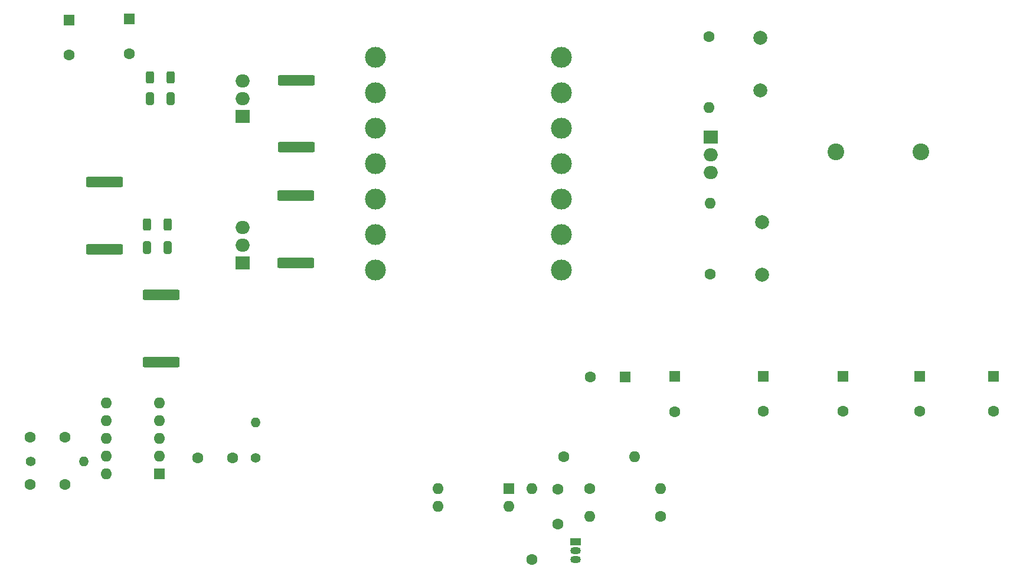
<source format=gbr>
%TF.GenerationSoftware,KiCad,Pcbnew,7.0.2*%
%TF.CreationDate,2023-06-13T00:04:42+03:00*%
%TF.ProjectId,Push_Pull,50757368-5f50-4756-9c6c-2e6b69636164,rev?*%
%TF.SameCoordinates,Original*%
%TF.FileFunction,Soldermask,Top*%
%TF.FilePolarity,Negative*%
%FSLAX46Y46*%
G04 Gerber Fmt 4.6, Leading zero omitted, Abs format (unit mm)*
G04 Created by KiCad (PCBNEW 7.0.2) date 2023-06-13 00:04:42*
%MOMM*%
%LPD*%
G01*
G04 APERTURE LIST*
G04 Aperture macros list*
%AMRoundRect*
0 Rectangle with rounded corners*
0 $1 Rounding radius*
0 $2 $3 $4 $5 $6 $7 $8 $9 X,Y pos of 4 corners*
0 Add a 4 corners polygon primitive as box body*
4,1,4,$2,$3,$4,$5,$6,$7,$8,$9,$2,$3,0*
0 Add four circle primitives for the rounded corners*
1,1,$1+$1,$2,$3*
1,1,$1+$1,$4,$5*
1,1,$1+$1,$6,$7*
1,1,$1+$1,$8,$9*
0 Add four rect primitives between the rounded corners*
20,1,$1+$1,$2,$3,$4,$5,0*
20,1,$1+$1,$4,$5,$6,$7,0*
20,1,$1+$1,$6,$7,$8,$9,0*
20,1,$1+$1,$8,$9,$2,$3,0*%
G04 Aperture macros list end*
%ADD10R,2.000000X1.905000*%
%ADD11O,2.000000X1.905000*%
%ADD12R,1.600000X1.600000*%
%ADD13C,1.600000*%
%ADD14O,1.600000X1.600000*%
%ADD15C,1.400000*%
%ADD16O,1.400000X1.400000*%
%ADD17RoundRect,0.250001X-2.399999X0.487499X-2.399999X-0.487499X2.399999X-0.487499X2.399999X0.487499X0*%
%ADD18C,3.000000*%
%ADD19RoundRect,0.250001X2.399999X-0.487499X2.399999X0.487499X-2.399999X0.487499X-2.399999X-0.487499X0*%
%ADD20C,2.000000*%
%ADD21RoundRect,0.250000X0.325000X0.650000X-0.325000X0.650000X-0.325000X-0.650000X0.325000X-0.650000X0*%
%ADD22R,1.500000X1.050000*%
%ADD23O,1.500000X1.050000*%
%ADD24RoundRect,0.250000X-0.312500X-0.625000X0.312500X-0.625000X0.312500X0.625000X-0.312500X0.625000X0*%
%ADD25C,2.400000*%
G04 APERTURE END LIST*
D10*
%TO.C,Q1*%
X144836000Y-55499000D03*
D11*
X144836000Y-52959000D03*
X144836000Y-50419000D03*
%TD*%
D12*
%TO.C,C13*%
X206756000Y-92777698D03*
D13*
X206756000Y-97777698D03*
%TD*%
%TO.C,R11*%
X186309000Y-118999000D03*
D14*
X186309000Y-108839000D03*
%TD*%
D15*
%TO.C,R13*%
X146685000Y-104394000D03*
D16*
X146685000Y-99314000D03*
%TD*%
D17*
%TO.C,R3*%
X152527000Y-50292000D03*
X152527000Y-59917000D03*
%TD*%
D13*
%TO.C,R9*%
X194564000Y-108839000D03*
D14*
X204724000Y-108839000D03*
%TD*%
D18*
%TO.C,U2*%
X163830000Y-46990000D03*
X163830000Y-52070000D03*
X163830000Y-57150000D03*
X163830000Y-62230000D03*
X163830000Y-67310000D03*
X163830000Y-72390000D03*
X163830000Y-77470000D03*
X190500000Y-77470000D03*
X190500000Y-72390000D03*
X190500000Y-67310000D03*
X190500000Y-62230000D03*
X190500000Y-57150000D03*
X190500000Y-52070000D03*
X190500000Y-46990000D03*
%TD*%
D13*
%TO.C,R21*%
X211836000Y-78105000D03*
D14*
X211836000Y-67945000D03*
%TD*%
D19*
%TO.C,R1*%
X133096000Y-90664500D03*
X133096000Y-81039500D03*
%TD*%
D13*
%TO.C,R20*%
X211709000Y-44069000D03*
D14*
X211709000Y-54229000D03*
%TD*%
D12*
%TO.C,C4*%
X128524000Y-41529000D03*
D13*
X128524000Y-46529000D03*
%TD*%
%TO.C,C3*%
X114340000Y-108204000D03*
X119340000Y-108204000D03*
%TD*%
D20*
%TO.C,C20*%
X219075000Y-51756000D03*
X219075000Y-44256000D03*
%TD*%
D13*
%TO.C,C10*%
X119300000Y-101473000D03*
X114300000Y-101473000D03*
%TD*%
D19*
%TO.C,R2*%
X124968000Y-74535500D03*
X124968000Y-64910500D03*
%TD*%
D13*
%TO.C,R10*%
X204724000Y-112776000D03*
D14*
X194564000Y-112776000D03*
%TD*%
D20*
%TO.C,C21*%
X219329000Y-70672000D03*
X219329000Y-78172000D03*
%TD*%
D12*
%TO.C,C11*%
X230886000Y-92720349D03*
D13*
X230886000Y-97720349D03*
%TD*%
D12*
%TO.C,C14*%
X199633651Y-92837000D03*
D13*
X194633651Y-92837000D03*
%TD*%
D12*
%TO.C,C5*%
X119888000Y-41656000D03*
D13*
X119888000Y-46656000D03*
%TD*%
D12*
%TO.C,C12*%
X219456000Y-92720349D03*
D13*
X219456000Y-97720349D03*
%TD*%
D12*
%TO.C,C1*%
X252476000Y-92720349D03*
D13*
X252476000Y-97720349D03*
%TD*%
%TO.C,C16*%
X138343000Y-104394000D03*
X143343000Y-104394000D03*
%TD*%
D21*
%TO.C,C19*%
X134444000Y-52959000D03*
X131494000Y-52959000D03*
%TD*%
D22*
%TO.C,U3*%
X192553000Y-116459000D03*
D23*
X192553000Y-117729000D03*
X192553000Y-118999000D03*
%TD*%
D12*
%TO.C,U1*%
X132857000Y-106675000D03*
D14*
X132857000Y-104135000D03*
X132857000Y-101595000D03*
X132857000Y-99055000D03*
X132857000Y-96515000D03*
X125237000Y-96515000D03*
X125237000Y-99055000D03*
X125237000Y-101595000D03*
X125237000Y-104135000D03*
X125237000Y-106675000D03*
%TD*%
D24*
%TO.C,R17*%
X131125500Y-70993000D03*
X134050500Y-70993000D03*
%TD*%
D13*
%TO.C,C15*%
X189992000Y-113879000D03*
X189992000Y-108879000D03*
%TD*%
D21*
%TO.C,C18*%
X134063000Y-74295000D03*
X131113000Y-74295000D03*
%TD*%
D10*
%TO.C,Q2*%
X144836000Y-76454000D03*
D11*
X144836000Y-73914000D03*
X144836000Y-71374000D03*
%TD*%
D10*
%TO.C,D1*%
X211911000Y-58420000D03*
D11*
X211911000Y-60960000D03*
X211911000Y-63500000D03*
%TD*%
D17*
%TO.C,R4*%
X152400000Y-66815500D03*
X152400000Y-76440500D03*
%TD*%
D12*
%TO.C,C2*%
X241935000Y-92720349D03*
D13*
X241935000Y-97720349D03*
%TD*%
%TO.C,R12*%
X190881000Y-104267000D03*
D14*
X201041000Y-104267000D03*
%TD*%
D24*
%TO.C,R18*%
X131506500Y-49911000D03*
X134431500Y-49911000D03*
%TD*%
D15*
%TO.C,R5*%
X114427000Y-104902000D03*
D16*
X122047000Y-104902000D03*
%TD*%
D25*
%TO.C,L1*%
X229866000Y-60579000D03*
X242066000Y-60579000D03*
%TD*%
D12*
%TO.C,U4*%
X183027000Y-108834000D03*
D14*
X183027000Y-111374000D03*
X172867000Y-111374000D03*
X172867000Y-108834000D03*
%TD*%
M02*

</source>
